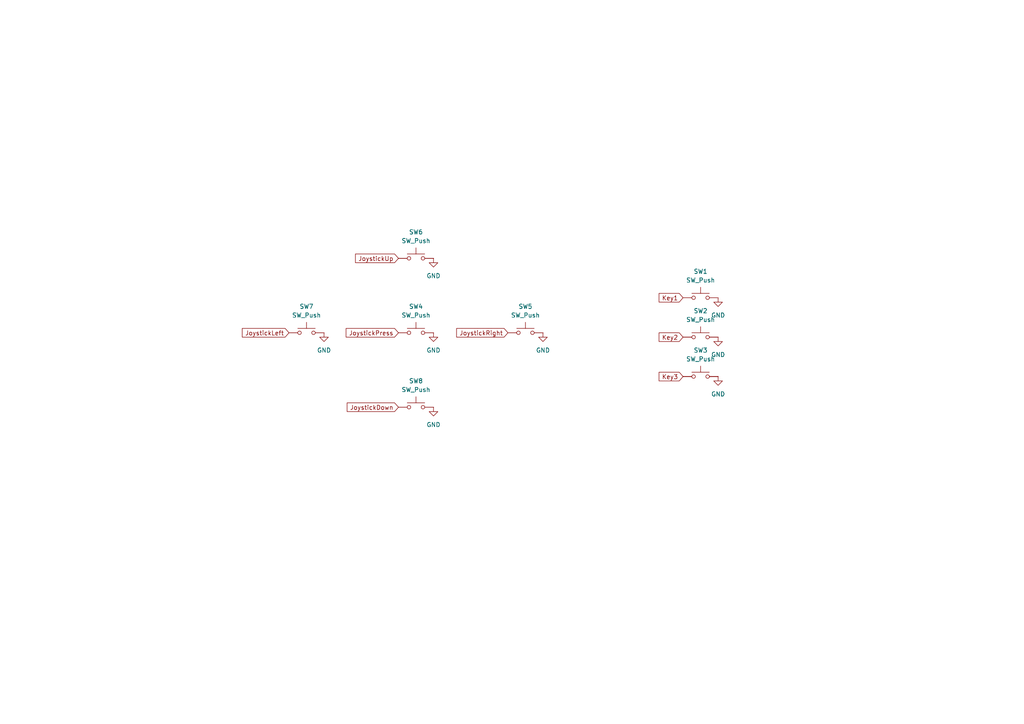
<source format=kicad_sch>
(kicad_sch
	(version 20250114)
	(generator "eeschema")
	(generator_version "9.0")
	(uuid "2cbee425-2da0-4a44-a8ce-acf3c764eab9")
	(paper "A4")
	(lib_symbols
		(symbol "Switch:SW_Push"
			(pin_numbers
				(hide yes)
			)
			(pin_names
				(offset 1.016)
				(hide yes)
			)
			(exclude_from_sim no)
			(in_bom yes)
			(on_board yes)
			(property "Reference" "SW"
				(at 1.27 2.54 0)
				(effects
					(font
						(size 1.27 1.27)
					)
					(justify left)
				)
			)
			(property "Value" "SW_Push"
				(at 0 -1.524 0)
				(effects
					(font
						(size 1.27 1.27)
					)
				)
			)
			(property "Footprint" ""
				(at 0 5.08 0)
				(effects
					(font
						(size 1.27 1.27)
					)
					(hide yes)
				)
			)
			(property "Datasheet" "~"
				(at 0 5.08 0)
				(effects
					(font
						(size 1.27 1.27)
					)
					(hide yes)
				)
			)
			(property "Description" "Push button switch, generic, two pins"
				(at 0 0 0)
				(effects
					(font
						(size 1.27 1.27)
					)
					(hide yes)
				)
			)
			(property "ki_keywords" "switch normally-open pushbutton push-button"
				(at 0 0 0)
				(effects
					(font
						(size 1.27 1.27)
					)
					(hide yes)
				)
			)
			(symbol "SW_Push_0_1"
				(circle
					(center -2.032 0)
					(radius 0.508)
					(stroke
						(width 0)
						(type default)
					)
					(fill
						(type none)
					)
				)
				(polyline
					(pts
						(xy 0 1.27) (xy 0 3.048)
					)
					(stroke
						(width 0)
						(type default)
					)
					(fill
						(type none)
					)
				)
				(circle
					(center 2.032 0)
					(radius 0.508)
					(stroke
						(width 0)
						(type default)
					)
					(fill
						(type none)
					)
				)
				(polyline
					(pts
						(xy 2.54 1.27) (xy -2.54 1.27)
					)
					(stroke
						(width 0)
						(type default)
					)
					(fill
						(type none)
					)
				)
				(pin passive line
					(at -5.08 0 0)
					(length 2.54)
					(name "1"
						(effects
							(font
								(size 1.27 1.27)
							)
						)
					)
					(number "1"
						(effects
							(font
								(size 1.27 1.27)
							)
						)
					)
				)
				(pin passive line
					(at 5.08 0 180)
					(length 2.54)
					(name "2"
						(effects
							(font
								(size 1.27 1.27)
							)
						)
					)
					(number "2"
						(effects
							(font
								(size 1.27 1.27)
							)
						)
					)
				)
			)
			(embedded_fonts no)
		)
		(symbol "power:GND"
			(power)
			(pin_numbers
				(hide yes)
			)
			(pin_names
				(offset 0)
				(hide yes)
			)
			(exclude_from_sim no)
			(in_bom yes)
			(on_board yes)
			(property "Reference" "#PWR"
				(at 0 -6.35 0)
				(effects
					(font
						(size 1.27 1.27)
					)
					(hide yes)
				)
			)
			(property "Value" "GND"
				(at 0 -3.81 0)
				(effects
					(font
						(size 1.27 1.27)
					)
				)
			)
			(property "Footprint" ""
				(at 0 0 0)
				(effects
					(font
						(size 1.27 1.27)
					)
					(hide yes)
				)
			)
			(property "Datasheet" ""
				(at 0 0 0)
				(effects
					(font
						(size 1.27 1.27)
					)
					(hide yes)
				)
			)
			(property "Description" "Power symbol creates a global label with name \"GND\" , ground"
				(at 0 0 0)
				(effects
					(font
						(size 1.27 1.27)
					)
					(hide yes)
				)
			)
			(property "ki_keywords" "global power"
				(at 0 0 0)
				(effects
					(font
						(size 1.27 1.27)
					)
					(hide yes)
				)
			)
			(symbol "GND_0_1"
				(polyline
					(pts
						(xy 0 0) (xy 0 -1.27) (xy 1.27 -1.27) (xy 0 -2.54) (xy -1.27 -1.27) (xy 0 -1.27)
					)
					(stroke
						(width 0)
						(type default)
					)
					(fill
						(type none)
					)
				)
			)
			(symbol "GND_1_1"
				(pin power_in line
					(at 0 0 270)
					(length 0)
					(name "~"
						(effects
							(font
								(size 1.27 1.27)
							)
						)
					)
					(number "1"
						(effects
							(font
								(size 1.27 1.27)
							)
						)
					)
				)
			)
			(embedded_fonts no)
		)
	)
	(global_label "JoystickDown"
		(shape input)
		(at 115.57 118.11 180)
		(fields_autoplaced yes)
		(effects
			(font
				(size 1.27 1.27)
			)
			(justify right)
		)
		(uuid "4b8b4752-a4bb-44c3-9c8e-0a3900a8e7e2")
		(property "Intersheetrefs" "${INTERSHEET_REFS}"
			(at 100.1268 118.11 0)
			(effects
				(font
					(size 1.27 1.27)
				)
				(justify right)
				(hide yes)
			)
		)
	)
	(global_label "JoystickLeft"
		(shape input)
		(at 83.82 96.52 180)
		(fields_autoplaced yes)
		(effects
			(font
				(size 1.27 1.27)
			)
			(justify right)
		)
		(uuid "5c723312-a5c7-4a58-b99d-ef46dc7d9540")
		(property "Intersheetrefs" "${INTERSHEET_REFS}"
			(at 69.7072 96.52 0)
			(effects
				(font
					(size 1.27 1.27)
				)
				(justify right)
				(hide yes)
			)
		)
	)
	(global_label "JoystickPress"
		(shape input)
		(at 115.57 96.52 180)
		(fields_autoplaced yes)
		(effects
			(font
				(size 1.27 1.27)
			)
			(justify right)
		)
		(uuid "7f16707d-c816-49f4-9d2f-112cef366254")
		(property "Intersheetrefs" "${INTERSHEET_REFS}"
			(at 99.8243 96.52 0)
			(effects
				(font
					(size 1.27 1.27)
				)
				(justify right)
				(hide yes)
			)
		)
	)
	(global_label "JoystickUp"
		(shape input)
		(at 115.57 74.93 180)
		(fields_autoplaced yes)
		(effects
			(font
				(size 1.27 1.27)
			)
			(justify right)
		)
		(uuid "807d6ff0-9b27-4610-8148-9654fe5a7bba")
		(property "Intersheetrefs" "${INTERSHEET_REFS}"
			(at 102.5458 74.93 0)
			(effects
				(font
					(size 1.27 1.27)
				)
				(justify right)
				(hide yes)
			)
		)
	)
	(global_label "Key1"
		(shape input)
		(at 198.12 86.36 180)
		(fields_autoplaced yes)
		(effects
			(font
				(size 1.27 1.27)
			)
			(justify right)
		)
		(uuid "c386988a-7a18-4bc3-b9c9-405dade3324f")
		(property "Intersheetrefs" "${INTERSHEET_REFS}"
			(at 190.5991 86.36 0)
			(effects
				(font
					(size 1.27 1.27)
				)
				(justify right)
				(hide yes)
			)
		)
	)
	(global_label "Key3"
		(shape input)
		(at 198.12 109.22 180)
		(fields_autoplaced yes)
		(effects
			(font
				(size 1.27 1.27)
			)
			(justify right)
		)
		(uuid "d3408f11-6d0e-4f39-bd77-dd8195aba0af")
		(property "Intersheetrefs" "${INTERSHEET_REFS}"
			(at 190.5991 109.22 0)
			(effects
				(font
					(size 1.27 1.27)
				)
				(justify right)
				(hide yes)
			)
		)
	)
	(global_label "Key2"
		(shape input)
		(at 198.12 97.79 180)
		(fields_autoplaced yes)
		(effects
			(font
				(size 1.27 1.27)
			)
			(justify right)
		)
		(uuid "e4619561-55e2-4476-9331-bca28916c001")
		(property "Intersheetrefs" "${INTERSHEET_REFS}"
			(at 190.5991 97.79 0)
			(effects
				(font
					(size 1.27 1.27)
				)
				(justify right)
				(hide yes)
			)
		)
	)
	(global_label "JoystickRight"
		(shape input)
		(at 147.32 96.52 180)
		(fields_autoplaced yes)
		(effects
			(font
				(size 1.27 1.27)
			)
			(justify right)
		)
		(uuid "f935899a-1a06-4b94-9a8f-dd217f8b98a8")
		(property "Intersheetrefs" "${INTERSHEET_REFS}"
			(at 131.8768 96.52 0)
			(effects
				(font
					(size 1.27 1.27)
				)
				(justify right)
				(hide yes)
			)
		)
	)
	(symbol
		(lib_id "power:GND")
		(at 93.98 96.52 0)
		(unit 1)
		(exclude_from_sim no)
		(in_bom yes)
		(on_board yes)
		(dnp no)
		(fields_autoplaced yes)
		(uuid "04e2f025-766c-43e7-9c1b-4da6e57a22a6")
		(property "Reference" "#PWR05"
			(at 93.98 102.87 0)
			(effects
				(font
					(size 1.27 1.27)
				)
				(hide yes)
			)
		)
		(property "Value" "GND"
			(at 93.98 101.6 0)
			(effects
				(font
					(size 1.27 1.27)
				)
			)
		)
		(property "Footprint" ""
			(at 93.98 96.52 0)
			(effects
				(font
					(size 1.27 1.27)
				)
				(hide yes)
			)
		)
		(property "Datasheet" ""
			(at 93.98 96.52 0)
			(effects
				(font
					(size 1.27 1.27)
				)
				(hide yes)
			)
		)
		(property "Description" "Power symbol creates a global label with name \"GND\" , ground"
			(at 93.98 96.52 0)
			(effects
				(font
					(size 1.27 1.27)
				)
				(hide yes)
			)
		)
		(pin "1"
			(uuid "f88dc00c-1e45-46d1-87e9-7a1d269e1ced")
		)
		(instances
			(project "SeedSigner-Plus"
				(path "/8c9c54c8-0cfa-43ef-b1ba-3cda1bca877f/c8f72531-4f53-40e4-b4b6-b276a357b2ab"
					(reference "#PWR05")
					(unit 1)
				)
			)
		)
	)
	(symbol
		(lib_id "Switch:SW_Push")
		(at 120.65 118.11 0)
		(unit 1)
		(exclude_from_sim no)
		(in_bom yes)
		(on_board yes)
		(dnp no)
		(uuid "142d11b7-7e9b-48b6-a9e0-b50d823dd1e4")
		(property "Reference" "SW8"
			(at 120.65 110.49 0)
			(effects
				(font
					(size 1.27 1.27)
				)
			)
		)
		(property "Value" "SW_Push"
			(at 120.65 113.03 0)
			(effects
				(font
					(size 1.27 1.27)
				)
			)
		)
		(property "Footprint" "Button_Switch_SMD:SW_SPST_FSMSM"
			(at 120.65 113.03 0)
			(effects
				(font
					(size 1.27 1.27)
				)
				(hide yes)
			)
		)
		(property "Datasheet" "~"
			(at 120.65 113.03 0)
			(effects
				(font
					(size 1.27 1.27)
				)
				(hide yes)
			)
		)
		(property "Description" "Push button switch, generic, two pins"
			(at 120.65 118.11 0)
			(effects
				(font
					(size 1.27 1.27)
				)
				(hide yes)
			)
		)
		(pin "1"
			(uuid "b6a53d1b-a3df-46ba-9f35-093a3cd60b3a")
		)
		(pin "2"
			(uuid "b07c77aa-8c98-4129-980f-8f46bdefb4de")
		)
		(instances
			(project "SeedSigner-Plus"
				(path "/8c9c54c8-0cfa-43ef-b1ba-3cda1bca877f/c8f72531-4f53-40e4-b4b6-b276a357b2ab"
					(reference "SW8")
					(unit 1)
				)
			)
		)
	)
	(symbol
		(lib_id "Switch:SW_Push")
		(at 120.65 74.93 0)
		(unit 1)
		(exclude_from_sim no)
		(in_bom yes)
		(on_board yes)
		(dnp no)
		(fields_autoplaced yes)
		(uuid "18783fab-f6a7-44d2-b8c1-a924dfa0d739")
		(property "Reference" "SW6"
			(at 120.65 67.31 0)
			(effects
				(font
					(size 1.27 1.27)
				)
			)
		)
		(property "Value" "SW_Push"
			(at 120.65 69.85 0)
			(effects
				(font
					(size 1.27 1.27)
				)
			)
		)
		(property "Footprint" "Button_Switch_SMD:SW_SPST_FSMSM"
			(at 120.65 69.85 0)
			(effects
				(font
					(size 1.27 1.27)
				)
				(hide yes)
			)
		)
		(property "Datasheet" "~"
			(at 120.65 69.85 0)
			(effects
				(font
					(size 1.27 1.27)
				)
				(hide yes)
			)
		)
		(property "Description" "Push button switch, generic, two pins"
			(at 120.65 74.93 0)
			(effects
				(font
					(size 1.27 1.27)
				)
				(hide yes)
			)
		)
		(pin "1"
			(uuid "89292ac6-fba8-4f7e-b50c-30d5d2ff7ad5")
		)
		(pin "2"
			(uuid "b2a0d401-64a4-4475-bce8-61806ec2bded")
		)
		(instances
			(project "SeedSigner-Plus"
				(path "/8c9c54c8-0cfa-43ef-b1ba-3cda1bca877f/c8f72531-4f53-40e4-b4b6-b276a357b2ab"
					(reference "SW6")
					(unit 1)
				)
			)
		)
	)
	(symbol
		(lib_id "power:GND")
		(at 208.28 109.22 0)
		(unit 1)
		(exclude_from_sim no)
		(in_bom yes)
		(on_board yes)
		(dnp no)
		(fields_autoplaced yes)
		(uuid "1a3b2afb-32d2-4cdd-97ef-5f437d3c3cb4")
		(property "Reference" "#PWR012"
			(at 208.28 115.57 0)
			(effects
				(font
					(size 1.27 1.27)
				)
				(hide yes)
			)
		)
		(property "Value" "GND"
			(at 208.28 114.3 0)
			(effects
				(font
					(size 1.27 1.27)
				)
			)
		)
		(property "Footprint" ""
			(at 208.28 109.22 0)
			(effects
				(font
					(size 1.27 1.27)
				)
				(hide yes)
			)
		)
		(property "Datasheet" ""
			(at 208.28 109.22 0)
			(effects
				(font
					(size 1.27 1.27)
				)
				(hide yes)
			)
		)
		(property "Description" "Power symbol creates a global label with name \"GND\" , ground"
			(at 208.28 109.22 0)
			(effects
				(font
					(size 1.27 1.27)
				)
				(hide yes)
			)
		)
		(pin "1"
			(uuid "dbe9564a-ebbe-4d41-837d-cce2974dc563")
		)
		(instances
			(project "SeedSigner-Plus"
				(path "/8c9c54c8-0cfa-43ef-b1ba-3cda1bca877f/c8f72531-4f53-40e4-b4b6-b276a357b2ab"
					(reference "#PWR012")
					(unit 1)
				)
			)
		)
	)
	(symbol
		(lib_id "power:GND")
		(at 125.73 118.11 0)
		(unit 1)
		(exclude_from_sim no)
		(in_bom yes)
		(on_board yes)
		(dnp no)
		(fields_autoplaced yes)
		(uuid "3113781a-ad00-4daa-a37d-de697568ee4f")
		(property "Reference" "#PWR09"
			(at 125.73 124.46 0)
			(effects
				(font
					(size 1.27 1.27)
				)
				(hide yes)
			)
		)
		(property "Value" "GND"
			(at 125.73 123.19 0)
			(effects
				(font
					(size 1.27 1.27)
				)
			)
		)
		(property "Footprint" ""
			(at 125.73 118.11 0)
			(effects
				(font
					(size 1.27 1.27)
				)
				(hide yes)
			)
		)
		(property "Datasheet" ""
			(at 125.73 118.11 0)
			(effects
				(font
					(size 1.27 1.27)
				)
				(hide yes)
			)
		)
		(property "Description" "Power symbol creates a global label with name \"GND\" , ground"
			(at 125.73 118.11 0)
			(effects
				(font
					(size 1.27 1.27)
				)
				(hide yes)
			)
		)
		(pin "1"
			(uuid "4f0c4472-5807-4cfd-992c-5b4823b1c53d")
		)
		(instances
			(project "SeedSigner-Plus"
				(path "/8c9c54c8-0cfa-43ef-b1ba-3cda1bca877f/c8f72531-4f53-40e4-b4b6-b276a357b2ab"
					(reference "#PWR09")
					(unit 1)
				)
			)
		)
	)
	(symbol
		(lib_id "Switch:SW_Push")
		(at 88.9 96.52 0)
		(unit 1)
		(exclude_from_sim no)
		(in_bom yes)
		(on_board yes)
		(dnp no)
		(fields_autoplaced yes)
		(uuid "3c7e0d9d-2082-4a17-9305-e3c371595ca7")
		(property "Reference" "SW7"
			(at 88.9 88.9 0)
			(effects
				(font
					(size 1.27 1.27)
				)
			)
		)
		(property "Value" "SW_Push"
			(at 88.9 91.44 0)
			(effects
				(font
					(size 1.27 1.27)
				)
			)
		)
		(property "Footprint" "Button_Switch_SMD:SW_SPST_FSMSM"
			(at 88.9 91.44 0)
			(effects
				(font
					(size 1.27 1.27)
				)
				(hide yes)
			)
		)
		(property "Datasheet" "~"
			(at 88.9 91.44 0)
			(effects
				(font
					(size 1.27 1.27)
				)
				(hide yes)
			)
		)
		(property "Description" "Push button switch, generic, two pins"
			(at 88.9 96.52 0)
			(effects
				(font
					(size 1.27 1.27)
				)
				(hide yes)
			)
		)
		(pin "1"
			(uuid "9bd11aca-083d-4d4b-8069-3a6bba9507fe")
		)
		(pin "2"
			(uuid "c070a05b-4cba-4336-b00b-48105672379c")
		)
		(instances
			(project "SeedSigner-Plus"
				(path "/8c9c54c8-0cfa-43ef-b1ba-3cda1bca877f/c8f72531-4f53-40e4-b4b6-b276a357b2ab"
					(reference "SW7")
					(unit 1)
				)
			)
		)
	)
	(symbol
		(lib_id "power:GND")
		(at 125.73 74.93 0)
		(unit 1)
		(exclude_from_sim no)
		(in_bom yes)
		(on_board yes)
		(dnp no)
		(fields_autoplaced yes)
		(uuid "49fbf954-b0e6-43b2-ab50-ee341de1ea7d")
		(property "Reference" "#PWR06"
			(at 125.73 81.28 0)
			(effects
				(font
					(size 1.27 1.27)
				)
				(hide yes)
			)
		)
		(property "Value" "GND"
			(at 125.73 80.01 0)
			(effects
				(font
					(size 1.27 1.27)
				)
			)
		)
		(property "Footprint" ""
			(at 125.73 74.93 0)
			(effects
				(font
					(size 1.27 1.27)
				)
				(hide yes)
			)
		)
		(property "Datasheet" ""
			(at 125.73 74.93 0)
			(effects
				(font
					(size 1.27 1.27)
				)
				(hide yes)
			)
		)
		(property "Description" "Power symbol creates a global label with name \"GND\" , ground"
			(at 125.73 74.93 0)
			(effects
				(font
					(size 1.27 1.27)
				)
				(hide yes)
			)
		)
		(pin "1"
			(uuid "bc77b7ff-167c-4177-a6c1-98a3042733df")
		)
		(instances
			(project "SeedSigner-Plus"
				(path "/8c9c54c8-0cfa-43ef-b1ba-3cda1bca877f/c8f72531-4f53-40e4-b4b6-b276a357b2ab"
					(reference "#PWR06")
					(unit 1)
				)
			)
		)
	)
	(symbol
		(lib_id "Switch:SW_Push")
		(at 203.2 97.79 0)
		(unit 1)
		(exclude_from_sim no)
		(in_bom yes)
		(on_board yes)
		(dnp no)
		(fields_autoplaced yes)
		(uuid "50a3d35d-7ed2-49c2-92b9-53f9760a1bc1")
		(property "Reference" "SW2"
			(at 203.2 90.17 0)
			(effects
				(font
					(size 1.27 1.27)
				)
			)
		)
		(property "Value" "SW_Push"
			(at 203.2 92.71 0)
			(effects
				(font
					(size 1.27 1.27)
				)
			)
		)
		(property "Footprint" "Button_Switch_SMD:SW_SPST_FSMSM"
			(at 203.2 92.71 0)
			(effects
				(font
					(size 1.27 1.27)
				)
				(hide yes)
			)
		)
		(property "Datasheet" "~"
			(at 203.2 92.71 0)
			(effects
				(font
					(size 1.27 1.27)
				)
				(hide yes)
			)
		)
		(property "Description" "Push button switch, generic, two pins"
			(at 203.2 97.79 0)
			(effects
				(font
					(size 1.27 1.27)
				)
				(hide yes)
			)
		)
		(pin "1"
			(uuid "d2adfcaf-9791-450a-b82e-d692e6c961a7")
		)
		(pin "2"
			(uuid "fc2fb055-6637-4b8b-adb0-deabde8f126a")
		)
		(instances
			(project "SeedSigner-Plus"
				(path "/8c9c54c8-0cfa-43ef-b1ba-3cda1bca877f/c8f72531-4f53-40e4-b4b6-b276a357b2ab"
					(reference "SW2")
					(unit 1)
				)
			)
		)
	)
	(symbol
		(lib_id "Switch:SW_Push")
		(at 120.65 96.52 0)
		(unit 1)
		(exclude_from_sim no)
		(in_bom yes)
		(on_board yes)
		(dnp no)
		(fields_autoplaced yes)
		(uuid "6e59a123-0e04-47f3-ab1a-7dc9d0238aa5")
		(property "Reference" "SW4"
			(at 120.65 88.9 0)
			(effects
				(font
					(size 1.27 1.27)
				)
			)
		)
		(property "Value" "SW_Push"
			(at 120.65 91.44 0)
			(effects
				(font
					(size 1.27 1.27)
				)
			)
		)
		(property "Footprint" "Button_Switch_SMD:SW_SPST_FSMSM"
			(at 120.65 91.44 0)
			(effects
				(font
					(size 1.27 1.27)
				)
				(hide yes)
			)
		)
		(property "Datasheet" "~"
			(at 120.65 91.44 0)
			(effects
				(font
					(size 1.27 1.27)
				)
				(hide yes)
			)
		)
		(property "Description" "Push button switch, generic, two pins"
			(at 120.65 96.52 0)
			(effects
				(font
					(size 1.27 1.27)
				)
				(hide yes)
			)
		)
		(pin "1"
			(uuid "fd9b28b2-a44d-409c-a48f-dbbbae923a20")
		)
		(pin "2"
			(uuid "b491b125-52c4-42cf-9bda-313c62bc7657")
		)
		(instances
			(project "SeedSigner-Plus"
				(path "/8c9c54c8-0cfa-43ef-b1ba-3cda1bca877f/c8f72531-4f53-40e4-b4b6-b276a357b2ab"
					(reference "SW4")
					(unit 1)
				)
			)
		)
	)
	(symbol
		(lib_id "power:GND")
		(at 125.73 96.52 0)
		(unit 1)
		(exclude_from_sim no)
		(in_bom yes)
		(on_board yes)
		(dnp no)
		(fields_autoplaced yes)
		(uuid "c06e6413-abe1-4336-8409-77a8dfff029c")
		(property "Reference" "#PWR07"
			(at 125.73 102.87 0)
			(effects
				(font
					(size 1.27 1.27)
				)
				(hide yes)
			)
		)
		(property "Value" "GND"
			(at 125.73 101.6 0)
			(effects
				(font
					(size 1.27 1.27)
				)
			)
		)
		(property "Footprint" ""
			(at 125.73 96.52 0)
			(effects
				(font
					(size 1.27 1.27)
				)
				(hide yes)
			)
		)
		(property "Datasheet" ""
			(at 125.73 96.52 0)
			(effects
				(font
					(size 1.27 1.27)
				)
				(hide yes)
			)
		)
		(property "Description" "Power symbol creates a global label with name \"GND\" , ground"
			(at 125.73 96.52 0)
			(effects
				(font
					(size 1.27 1.27)
				)
				(hide yes)
			)
		)
		(pin "1"
			(uuid "383b2f55-963e-4e1a-a79e-d0d3af6cc569")
		)
		(instances
			(project "SeedSigner-Plus"
				(path "/8c9c54c8-0cfa-43ef-b1ba-3cda1bca877f/c8f72531-4f53-40e4-b4b6-b276a357b2ab"
					(reference "#PWR07")
					(unit 1)
				)
			)
		)
	)
	(symbol
		(lib_id "Switch:SW_Push")
		(at 203.2 86.36 0)
		(unit 1)
		(exclude_from_sim no)
		(in_bom yes)
		(on_board yes)
		(dnp no)
		(fields_autoplaced yes)
		(uuid "c4254a90-ce64-433b-a107-c3bf9a21fedc")
		(property "Reference" "SW1"
			(at 203.2 78.74 0)
			(effects
				(font
					(size 1.27 1.27)
				)
			)
		)
		(property "Value" "SW_Push"
			(at 203.2 81.28 0)
			(effects
				(font
					(size 1.27 1.27)
				)
			)
		)
		(property "Footprint" "Button_Switch_SMD:SW_SPST_FSMSM"
			(at 203.2 81.28 0)
			(effects
				(font
					(size 1.27 1.27)
				)
				(hide yes)
			)
		)
		(property "Datasheet" "~"
			(at 203.2 81.28 0)
			(effects
				(font
					(size 1.27 1.27)
				)
				(hide yes)
			)
		)
		(property "Description" "Push button switch, generic, two pins"
			(at 203.2 86.36 0)
			(effects
				(font
					(size 1.27 1.27)
				)
				(hide yes)
			)
		)
		(pin "1"
			(uuid "6e234cf0-6b92-4a68-ad13-f125e341e176")
		)
		(pin "2"
			(uuid "36f391d4-a703-4c76-aa97-3f30997b87ae")
		)
		(instances
			(project "SeedSigner-Plus"
				(path "/8c9c54c8-0cfa-43ef-b1ba-3cda1bca877f/c8f72531-4f53-40e4-b4b6-b276a357b2ab"
					(reference "SW1")
					(unit 1)
				)
			)
		)
	)
	(symbol
		(lib_id "power:GND")
		(at 157.48 96.52 0)
		(unit 1)
		(exclude_from_sim no)
		(in_bom yes)
		(on_board yes)
		(dnp no)
		(fields_autoplaced yes)
		(uuid "c955084a-e9de-445b-ba8d-462341439dd6")
		(property "Reference" "#PWR08"
			(at 157.48 102.87 0)
			(effects
				(font
					(size 1.27 1.27)
				)
				(hide yes)
			)
		)
		(property "Value" "GND"
			(at 157.48 101.6 0)
			(effects
				(font
					(size 1.27 1.27)
				)
			)
		)
		(property "Footprint" ""
			(at 157.48 96.52 0)
			(effects
				(font
					(size 1.27 1.27)
				)
				(hide yes)
			)
		)
		(property "Datasheet" ""
			(at 157.48 96.52 0)
			(effects
				(font
					(size 1.27 1.27)
				)
				(hide yes)
			)
		)
		(property "Description" "Power symbol creates a global label with name \"GND\" , ground"
			(at 157.48 96.52 0)
			(effects
				(font
					(size 1.27 1.27)
				)
				(hide yes)
			)
		)
		(pin "1"
			(uuid "cfb5dfea-a83d-4a8b-b230-23cdeffa3b97")
		)
		(instances
			(project "SeedSigner-Plus"
				(path "/8c9c54c8-0cfa-43ef-b1ba-3cda1bca877f/c8f72531-4f53-40e4-b4b6-b276a357b2ab"
					(reference "#PWR08")
					(unit 1)
				)
			)
		)
	)
	(symbol
		(lib_id "Switch:SW_Push")
		(at 152.4 96.52 0)
		(unit 1)
		(exclude_from_sim no)
		(in_bom yes)
		(on_board yes)
		(dnp no)
		(fields_autoplaced yes)
		(uuid "cf3637fa-010d-4e77-a31f-9141e2bdcc9c")
		(property "Reference" "SW5"
			(at 152.4 88.9 0)
			(effects
				(font
					(size 1.27 1.27)
				)
			)
		)
		(property "Value" "SW_Push"
			(at 152.4 91.44 0)
			(effects
				(font
					(size 1.27 1.27)
				)
			)
		)
		(property "Footprint" "Button_Switch_SMD:SW_SPST_FSMSM"
			(at 152.4 91.44 0)
			(effects
				(font
					(size 1.27 1.27)
				)
				(hide yes)
			)
		)
		(property "Datasheet" "~"
			(at 152.4 91.44 0)
			(effects
				(font
					(size 1.27 1.27)
				)
				(hide yes)
			)
		)
		(property "Description" "Push button switch, generic, two pins"
			(at 152.4 96.52 0)
			(effects
				(font
					(size 1.27 1.27)
				)
				(hide yes)
			)
		)
		(pin "1"
			(uuid "828208ac-d8e9-48af-a226-dead672809d2")
		)
		(pin "2"
			(uuid "3755f032-deab-4298-98cd-42c08efbf496")
		)
		(instances
			(project "SeedSigner-Plus"
				(path "/8c9c54c8-0cfa-43ef-b1ba-3cda1bca877f/c8f72531-4f53-40e4-b4b6-b276a357b2ab"
					(reference "SW5")
					(unit 1)
				)
			)
		)
	)
	(symbol
		(lib_id "power:GND")
		(at 208.28 86.36 0)
		(unit 1)
		(exclude_from_sim no)
		(in_bom yes)
		(on_board yes)
		(dnp no)
		(fields_autoplaced yes)
		(uuid "e9e70ce2-651d-4165-9357-53ecd75d538a")
		(property "Reference" "#PWR010"
			(at 208.28 92.71 0)
			(effects
				(font
					(size 1.27 1.27)
				)
				(hide yes)
			)
		)
		(property "Value" "GND"
			(at 208.28 91.44 0)
			(effects
				(font
					(size 1.27 1.27)
				)
			)
		)
		(property "Footprint" ""
			(at 208.28 86.36 0)
			(effects
				(font
					(size 1.27 1.27)
				)
				(hide yes)
			)
		)
		(property "Datasheet" ""
			(at 208.28 86.36 0)
			(effects
				(font
					(size 1.27 1.27)
				)
				(hide yes)
			)
		)
		(property "Description" "Power symbol creates a global label with name \"GND\" , ground"
			(at 208.28 86.36 0)
			(effects
				(font
					(size 1.27 1.27)
				)
				(hide yes)
			)
		)
		(pin "1"
			(uuid "b11e6932-2bd1-4dfa-ac14-668f84392c7b")
		)
		(instances
			(project "SeedSigner-Plus"
				(path "/8c9c54c8-0cfa-43ef-b1ba-3cda1bca877f/c8f72531-4f53-40e4-b4b6-b276a357b2ab"
					(reference "#PWR010")
					(unit 1)
				)
			)
		)
	)
	(symbol
		(lib_id "Switch:SW_Push")
		(at 203.2 109.22 0)
		(unit 1)
		(exclude_from_sim no)
		(in_bom yes)
		(on_board yes)
		(dnp no)
		(fields_autoplaced yes)
		(uuid "ec61e024-fece-4c2e-9ae5-ee551ebb675b")
		(property "Reference" "SW3"
			(at 203.2 101.6 0)
			(effects
				(font
					(size 1.27 1.27)
				)
			)
		)
		(property "Value" "SW_Push"
			(at 203.2 104.14 0)
			(effects
				(font
					(size 1.27 1.27)
				)
			)
		)
		(property "Footprint" "Button_Switch_SMD:SW_SPST_FSMSM"
			(at 203.2 104.14 0)
			(effects
				(font
					(size 1.27 1.27)
				)
				(hide yes)
			)
		)
		(property "Datasheet" "~"
			(at 203.2 104.14 0)
			(effects
				(font
					(size 1.27 1.27)
				)
				(hide yes)
			)
		)
		(property "Description" "Push button switch, generic, two pins"
			(at 203.2 109.22 0)
			(effects
				(font
					(size 1.27 1.27)
				)
				(hide yes)
			)
		)
		(pin "1"
			(uuid "275c43bb-8be8-4713-81a8-10126af8cac9")
		)
		(pin "2"
			(uuid "869fa5ad-9a5c-4069-96ce-ea2363daabaa")
		)
		(instances
			(project "SeedSigner-Plus"
				(path "/8c9c54c8-0cfa-43ef-b1ba-3cda1bca877f/c8f72531-4f53-40e4-b4b6-b276a357b2ab"
					(reference "SW3")
					(unit 1)
				)
			)
		)
	)
	(symbol
		(lib_id "power:GND")
		(at 208.28 97.79 0)
		(unit 1)
		(exclude_from_sim no)
		(in_bom yes)
		(on_board yes)
		(dnp no)
		(fields_autoplaced yes)
		(uuid "fa1fbee1-bd43-44eb-89bf-777c702da191")
		(property "Reference" "#PWR011"
			(at 208.28 104.14 0)
			(effects
				(font
					(size 1.27 1.27)
				)
				(hide yes)
			)
		)
		(property "Value" "GND"
			(at 208.28 102.87 0)
			(effects
				(font
					(size 1.27 1.27)
				)
			)
		)
		(property "Footprint" ""
			(at 208.28 97.79 0)
			(effects
				(font
					(size 1.27 1.27)
				)
				(hide yes)
			)
		)
		(property "Datasheet" ""
			(at 208.28 97.79 0)
			(effects
				(font
					(size 1.27 1.27)
				)
				(hide yes)
			)
		)
		(property "Description" "Power symbol creates a global label with name \"GND\" , ground"
			(at 208.28 97.79 0)
			(effects
				(font
					(size 1.27 1.27)
				)
				(hide yes)
			)
		)
		(pin "1"
			(uuid "489f8c5e-b2bb-49ab-b58e-2fec59193593")
		)
		(instances
			(project "SeedSigner-Plus"
				(path "/8c9c54c8-0cfa-43ef-b1ba-3cda1bca877f/c8f72531-4f53-40e4-b4b6-b276a357b2ab"
					(reference "#PWR011")
					(unit 1)
				)
			)
		)
	)
)

</source>
